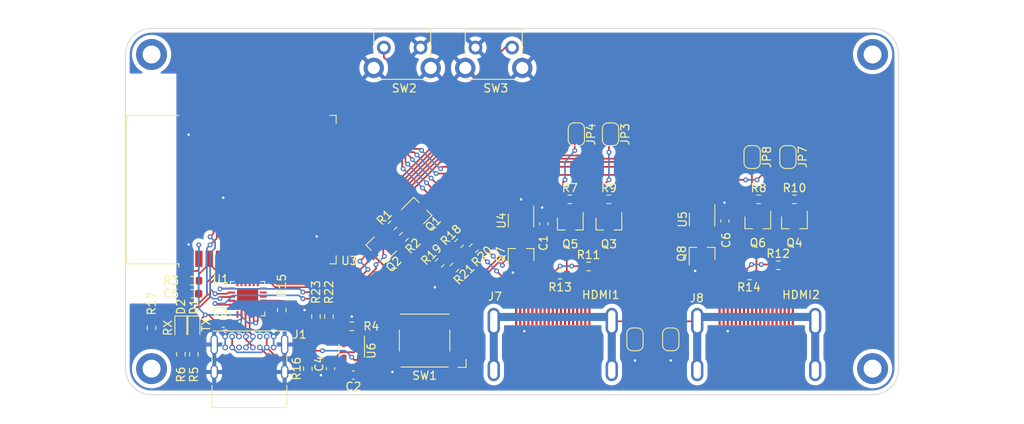
<source format=kicad_pcb>
(kicad_pcb (version 20211014) (generator pcbnew)
  (title_block (title "PRJ6 HDMI2C Monitor Controller") (date "2021-06-25") (rev "rev0") (company "wlcx industries"))
  (layers (0 "F.Cu" signal) (31 "B.Cu" signal) (34 "B.Paste" user) (35 "F.Paste" user) (36 "B.SilkS" user "B.Silkscreen") (37 "F.SilkS" user "F.Silkscreen") (38 "B.Mask" user) (39 "F.Mask" user) (44 "Edge.Cuts" user))
  (net 0 "")
  (net 1 "GND")
  (net 2 "/HDMI1_SCL")
  (net 3 "/HDMI1_SDA")
  (net 4 "/HDMI2_SCL")
  (net 5 "/HDMI2_SDA")
  (net 6 "/HDMI1_SCL_3.3")
  (net 7 "/HDMI1_SDA_3.3")
  (net 8 "/HDMI2_SCL_3.3")
  (net 9 "/HDMI2_SDA_3.3")
  (net 10 "+3V3")
  (net 11 "Net-(R4-Pad2)")
  (net 12 "VBUS")
  (net 13 "/DTR")
  (net 14 "/TXD0")
  (net 15 "/RXD0")
  (net 16 "/RTS")
  (net 17 "Net-(D1-Pad1)")
  (net 18 "Net-(D2-Pad1)")
  (net 19 "/GPIO0")
  (net 20 "/I2C1_SDA")
  (net 21 "/I2C1_SCL")
  (net 22 "/I2C2_SDA")
  (net 23 "/I2C2_SCL")
  (net 24 "/RESET")
  (net 25 "Net-(C1-Pad1)")
  (net 26 "Net-(Q1-Pad1)")
  (net 27 "Net-(Q2-Pad1)")
  (net 28 "Net-(D1-Pad2)")
  (net 29 "Net-(D2-Pad2)")
  (net 30 "/USB_D+")
  (net 31 "/USB_D-")
  (net 32 "/BUTT1")
  (net 33 "/BUTT2")
  (net 34 "Net-(C6-Pad1)")
  (net 35 "/HDMI1_5V")
  (net 36 "/HDMI2_5V")
  (net 37 "Net-(R15-Pad2)")
  (net 38 "/HDMI1_5V_EN")
  (net 39 "/HDMI2_5V_EN")
  (net 40 "Net-(J7-PadSH)")
  (net 41 "Net-(J8-PadSH)")
  (net 43 "Net-(J1-PadA5)")
  (net 45 "Net-(J1-PadB5)")
  (net 49 "/HDMI1_D2S")
  (net 52 "/HDMI1_D1S")
  (net 55 "/HDMI1_D0S")
  (net 58 "/HDMI1_CKS")
  (net 59 "Net-(J7-Pad19)")
  (net 60 "/HDMI1_CEC")
  (net 64 "/HDMI2_D2S")
  (net 67 "/HDMI2_D1S")
  (net 70 "/HDMI2_D0S")
  (net 73 "/HDMI2_CKS")
  (net 74 "Net-(J8-Pad19)")
  (net 75 "/HDMI2_CEC")
  (net 76 "/HDMI1_HPD_3.3")
  (net 77 "/HDMI2_HPD_3.3")
  (net 89 "Net-(R22-Pad2)")
  (footprint "Button_Switch_SMD:SW_SPST_Omron_B3FS-101xP" (layer "F.Cu") (at 97.95 79.75 180)
    (fp_text reference "SW1")
    (fp_text value "reset_sw")
  )
  (footprint "Package_TO_SOT_SMD:SOT-23" (layer "F.Cu") (at 97.2 63.8 45)
    (fp_text reference "Q1")
    (fp_text value "Q_NPN_BEC")
  )
  (footprint "Package_TO_SOT_SMD:SOT-23-5" (layer "F.Cu") (at 109.8 65 -90)
    (fp_text reference "U4")
    (fp_text value "MIC5205-5.0YM5")
  )
  (footprint "Resistor_SMD:R_0603_1608Metric" (layer "F.Cu") (at 99.8 70.2 45)
    (fp_text reference "R19")
    (fp_text value "3.3k")
  )
  (footprint "Resistor_SMD:R_0603_1608Metric" (layer "F.Cu") (at 64.4 78.2 90)
    (fp_text reference "R17")
    (fp_text value "5.1k")
  )
  (footprint "Resistor_SMD:R_0603_1608Metric" (layer "F.Cu") (at 139 62.4 180)
    (fp_text reference "R8")
    (fp_text value "10k")
  )
  (footprint "Resistor_SMD:R_0603_1608Metric" (layer "F.Cu") (at 141.40001 70.49999)
    (fp_text reference "R12")
    (fp_text value "2k")
  )
  (footprint "Resistor_SMD:R_0603_1608Metric" (layer "F.Cu") (at 86.2 76.8 -90)
    (fp_text reference "R22")
    (fp_text value "22k")
  )
  (footprint "Package_TO_SOT_SMD:SOT-23" (layer "F.Cu") (at 138.90001 65.24999 -90)
    (fp_text reference "Q6")
    (fp_text value "BSS138")
  )
  (footprint "Package_TO_SOT_SMD:SOT-23" (layer "F.Cu") (at 92.4 68.6 -135)
    (fp_text reference "Q2")
    (fp_text value "Q_NPN_BEC")
  )
  (footprint "hdmi2c:SW_TH_Tactile_Omron_B3F-312x" (layer "F.Cu") (at 109.95 46.25 180)
    (fp_text reference "SW3")
    (fp_text value "SW_Push_shell")
  )
  (footprint "Resistor_SMD:R_0603_1608Metric" (layer "F.Cu") (at 89 78 180)
    (fp_text reference "R4")
    (fp_text value "100k")
  )
  (footprint "Package_TO_SOT_SMD:SOT-23" (layer "F.Cu") (at 115.85 65.4 -90)
    (fp_text reference "Q5")
    (fp_text value "BSS138")
  )
  (footprint "Resistor_SMD:R_0603_1608Metric" (layer "F.Cu") (at 69.6 81.425 90)
    (fp_text reference "R5")
    (fp_text value "68R")
  )
  (footprint "Resistor_SMD:R_0603_1608Metric" (layer "F.Cu") (at 69.4 72.4 180)
    (fp_text reference "R3")
    (fp_text value "10k")
  )
  (footprint "Resistor_SMD:R_0603_1608Metric" (layer "F.Cu") (at 101.616637 70.783363 45)
    (fp_text reference "R21")
    (fp_text value "3.3k")
  )
  (footprint "Package_TO_SOT_SMD:SOT-23" (layer "F.Cu") (at 120.6 65.4 -90)
    (fp_text reference "Q3")
    (fp_text value "BSS138")
  )
  (footprint "hdmi2c:MountingHole_2.2mm_M2_DIN965_Pad_with_paste" (layer "F.Cu") (at 153 44.6)
    (fp_text reference "M2" hide)
    (fp_text value "MountingHole_2.2mm_M2_DIN965_Pad_with_paste")
  )
  (footprint "Resistor_SMD:R_0603_1608Metric" (layer "F.Cu") (at 115.8 62.4 180)
    (fp_text reference "R7")
    (fp_text value "10k")
  )
  (footprint "hdmi2c:logo" (layer "F.Cu") (at 128 42.6)
    (fp_text reference "svg2mod" hide)
    (fp_text value "G***" hide)
  )
  (footprint "Resistor_SMD:R_0603_1608Metric" (layer "F.Cu") (at 118.1 70.65)
    (fp_text reference "R11")
    (fp_text value "2k")
  )
  (footprint "Resistor_SMD:R_0603_1608Metric" (layer "F.Cu") (at 143.40001 62.4 180)
    (fp_text reference "R10")
    (fp_text value "10k")
  )
  (footprint "Resistor_SMD:R_0603_1608Metric" (layer "F.Cu") (at 84.6 76.8 90)
    (fp_text reference "R23")
    (fp_text value "47k")
  )
  (footprint "Package_TO_SOT_SMD:SOT-23" (layer "F.Cu") (at 109.8 69.2 90)
    (fp_text reference "Q7")
    (fp_text value "BSS83P")
  )
  (footprint "hdmi2c:WURTH_685119134923_HDMI" (layer "F.Cu") (at 113.7 76.535)
    (fp_text reference "J7")
    (fp_text value "HDMI1")
  )
  (footprint "Jumper:SolderJumper-2_P1.3mm_Bridged_RoundedPad1.0x1.5mm" (layer "F.Cu") (at 120.8 54.4 -90)
    (fp_text reference "JP3")
    (fp_text value "HDMI1_SCL")
  )
  (footprint "Capacitor_SMD:C_0603_1608Metric" (layer "F.Cu") (at 89.2 84 180)
    (fp_text reference "C2")
    (fp_text value "1uF")
  )
  (footprint "Resistor_SMD:R_0603_1608Metric" (layer "F.Cu") (at 68 81.425 90)
    (fp_text reference "R6")
    (fp_text value "68R")
  )
  (footprint "Resistor_SMD:R_0603_1608Metric" (layer "F.Cu") (at 114.6 71.65)
    (fp_text reference "R13")
    (fp_text value "2k")
  )
  (footprint "Jumper:SolderJumper-2_P1.3mm_Bridged_RoundedPad1.0x1.5mm" (layer "F.Cu") (at 138.2 57.2 -90)
    (fp_text reference "JP8")
    (fp_text value "HDMI2_SDA")
  )
  (footprint "Connector_USB:USB_C_Receptacle_GCT_USB4085" (layer "F.Cu") (at 73.45 79.25)
    (fp_text reference "J1")
    (fp_text value "USB_C_Receptacle_USB2.0")
  )
  (footprint "hdmi2c:WURTH_685119134923_HDMI" (layer "F.Cu") (at 138.7 76.535)
    (fp_text reference "J8")
    (fp_text value "HDMI2")
  )
  (footprint "LED_SMD:LED_0603_1608Metric" (layer "F.Cu") (at 69.6 78.225 -90)
    (fp_text reference "D1")
    (fp_text value "TX")
  )
  (footprint "Jumper:SolderJumper-2_P1.3mm_Bridged_RoundedPad1.0x1.5mm" (layer "F.Cu") (at 116.6 54.4 -90)
    (fp_text reference "JP4")
    (fp_text value "HDMI1_SDA")
  )
  (footprint "Capacitor_SMD:C_0603_1608Metric" (layer "F.Cu") (at 73.2 77.6 180)
    (fp_text reference "C3")
    (fp_text value "1uF")
  )
  (footprint "Package_TO_SOT_SMD:SOT-23" (layer "F.Cu") (at 132.05 69.0625 90)
    (fp_text reference "Q8")
    (fp_text value "BSS83P")
  )
  (footprint "LED_SMD:LED_0603_1608Metric" (layer "F.Cu") (at 68 78.225 -90)
    (fp_text reference "D2")
    (fp_text value "RX")
  )
  (footprint "Package_TO_SOT_SMD:SOT-23" (layer "F.Cu") (at 143.40001 65.24999 -90)
    (fp_text reference "Q4")
    (fp_text value "BSS138")
  )
  (footprint "Resistor_SMD:R_0603_1608Metric" (layer "F.Cu") (at 120.6 62.4 180)
    (fp_text reference "R9")
    (fp_text value "10k")
  )
  (footprint "Capacitor_SMD:C_0603_1608Metric" (layer "F.Cu") (at 86.4 83.2 90)
    (fp_text reference "C4")
    (fp_text value "10uF")
  )
  (footprint "Resistor_SMD:R_0603_1608Metric" (layer "F.Cu") (at 95.4 67 -135)
    (fp_text reference "R2")
    (fp_text value "10k")
  )
  (footprint "Resistor_SMD:R_0603_1608Metric" (layer "F.Cu") (at 102.2 67.8 45)
    (fp_text reference "R18")
    (fp_text value "2.2k")
  )
  (footprint "Resistor_SMD:R_0603_1608Metric" (layer "F.Cu") (at 80.4 76 90)
    (fp_text reference "R15")
    (fp_text value "1k")
  )
  (footprint "hdmi2c:SW_TH_Tactile_Omron_B3F-312x" (layer "F.Cu") (at 98.7 46.25 180)
    (fp_text reference "SW2")
    (fp_text value "SW_Push_shell")
  )
  (footprint "Jumper:SolderJumper-2_P1.3mm_Bridged_RoundedPad1.0x1.5mm" (layer "F.Cu") (at 142.6 57.2 -90)
    (fp_text reference "JP7")
    (fp_text value "HDMI2_SCL")
  )
  (footprint "Resistor_SMD:R_0603_1608Metric" (layer "F.Cu") (at 104 68.4 45)
    (fp_text reference "R20")
    (fp_text value "2.2k")
  )
  (footprint "Package_DFN_QFN:QFN-24-1EP_4x4mm_P0.5mm_EP2.6x2.6mm" (layer "F.Cu") (at 76.2 74.6 90)
    (fp_text reference "U1")
    (fp_text value "CP2102N-Axx-xQFN24")
  )
  (footprint "Resistor_SMD:R_0603_1608Metric" (layer "F.Cu") (at 137.90001 71.74999)
    (fp_text reference "R14")
    (fp_text value "2k")
  )
  (footprint "Package_TO_SOT_SMD:SOT-23-5" (layer "F.Cu") (at 89 81 -90)
    (fp_text reference "U6")
    (fp_text value "MIC5504-3.3YM5")
  )
  (footprint "hdmi2c:MountingHole_2.2mm_M2_DIN965_Pad_with_paste" (layer "F.Cu") (at 153 83.2)
    (fp_text reference "M1" hide)
    (fp_text value "MountingHole_2.2mm_M2_DIN965_Pad_with_paste")
  )
  (footprint "Jumper:SolderJumper-2_P1.3mm_Open_RoundedPad1.0x1.5mm" (layer "F.Cu") (at 123.8 79.6 90)
    (fp_text reference "JP1" hide)
    (fp_text value "HDMI1_SH_GND")
  )
  (footprint "Resistor_SMD:R_0603_1608Metric" (layer "F.Cu") (at 94 65.6 45)
    (fp_text reference "R1")
    (fp_text value "10k")
  )
  (footprint "RF_Module:ESP32-WROOM-32" (layer "F.Cu") (at 77.2 61.2 90)
    (fp_text reference "U3")
    (fp_text value "ESP32-WROOM-32")
  )
  (footprint "Capacitor_SMD:C_0603_1608Metric" (layer "F.Cu") (at 112.6 65.4 90)
    (fp_text reference "C1")
    (fp_text value "2.2uF")
  )
  (footprint "Capacitor_SMD:C_0603_1608Metric" (layer "F.Cu") (at 69.4 74 180)
    (fp_text reference "C5")
    (fp_text value "1uF")
  )
  (footprint "Package_TO_SOT_SMD:SOT-23-5" (layer "F.Cu") (at 132.05 64.8625 -90)
    (fp_text reference "U5")
    (fp_text value "MIC5205-5.0YM5")
  )
  (footprint "Capacitor_SMD:C_0603_1608Metric" (layer "F.Cu") (at 134.85 65.0625 90)
    (fp_text reference "C6")
    (fp_text value "2.2uF")
  )
  (footprint "hdmi2c:MountingHole_2.2mm_M2_DIN965_Pad_with_paste" (layer "F.Cu") (at 64.4 44.6)
    (fp_text reference "M3" hide)
    (fp_text value "MountingHole_2.2mm_M2_DIN965_Pad_with_paste")
  )
  (footprint "Jumper:SolderJumper-2_P1.3mm_Open_RoundedPad1.0x1.5mm" (layer "F.Cu") (at 128.2 79.6 90)
    (fp_text reference "JP2" hide)
    (fp_text value "HDMI2_SH_GND")
  )
  (footprint "Resistor_SMD:R_0603_1608Metric" (layer "F.Cu") (at 83.6 83.2 -90)
    (fp_text reference "R16")
    (fp_text value "5.1k")
  )
  (footprint "hdmi2c:MountingHole_2.2mm_M2_DIN965_Pad_with_paste" (layer "F.Cu") (at 64.4 83.2)
    (fp_text reference "M4" hide)
    (fp_text value "MountingHole_2.2mm_M2_DIN965_Pad_with_paste")
  )
  (gr_arc (start 64.4 86.4) (mid 62.137258 85.462742) (end 61.2 83.2) (layer "Edge.Cuts") (width 0.1))
  (gr_line (start 64.4 41.4) (end 153 41.4) (layer "Edge.Cuts") (width 0.1))
  (gr_arc (start 61.2 44.6) (mid 62.137258 42.337258) (end 64.4 41.4) (layer "Edge.Cuts") (width 0.1))
  (gr_arc (start 156.2 83.2) (mid 155.262742 85.462742) (end 153 86.4) (layer "Edge.Cuts") (width 0.1))
  (gr_line (start 156.2 44.6) (end 156.2 83.2) (layer "Edge.Cuts") (width 0.1))
  (gr_arc (start 153 41.4) (mid 155.262742 42.337258) (end 156.2 44.6) (layer "Edge.Cuts") (width 0.1))
  (gr_line (start 61.2 83.2) (end 61.2 44.6) (layer "Edge.Cuts") (width 0.1))
  (gr_line (start 153 86.4) (end 64.4 86.4) (layer "Edge.Cuts") (width 0.1))
  (segment (start 123.8 80.25) (end 123.8 82.2) (width 0.2) (layer "F.Cu") (net 1))
  (segment (start 135.2 76.535) (end 135.2 78.6) (width 0.2) (layer "F.Cu") (net 1))
  (segment (start 99.2 73.2) (end 99.216637 72.983363) (width 0.2) (layer "F.Cu") (net 1))
  (segment (start 68.625 74.475) (end 68.625 74) (width 0.2) (layer "F.Cu") (net 1))
  (segment (start 86.4 83.975) (end 88.4 83.975) (width 0.2) (layer "F.Cu") (net 1))
  (segment (start 83.175 76.025) (end 83.2 76) (width 0.2) (layer "F.Cu") (net 1))
  (segment (start 112.6 63.6) (end 112.4 63.4) (width 0.2) (layer "F.Cu") (net 1))
  (segment (start 84.575 76) (end 84.6 75.975) (width 0.2) (layer "F.Cu") (net 1))
  (segment (start 132.05 63.725) (end 132.05 63.0625) (width 0.2) (layer "F.Cu") (net 1))
  (segment (start 99.216637 72.983363) (end 99.216637 70.783363) (width 0.2) (layer "F.Cu") (net 1))
  (segment (start 109.8 63.8625) (end 109.8 62.4) (width 0.2) (layer "F.Cu") (net 1))
  (segment (start 65.725 77.375) (end 68.625 74.475) (width 0.2) (layer "F.Cu") (net 1))
  (segment (start 83.2 76) (end 84.575 76) (width 0.2) (layer "F.Cu") (net 1))
  (segment (start 75.45 76.5375) (end 75.45 75.35) (width 0.2) (layer "F.Cu") (net 1))
  (segment (start 93.95 83.55) (end 94 83.6) (width 0.2) (layer "F.Cu") (net 1))
  (segment (start 75.45 76.5375) (end 75.45 77.171387) (width 0.2) (layer "F.Cu") (net 1))
  (segment (start 93.95 82) (end 93.95 83.55) (width 0.2) (layer "F.Cu") (net 1))
  (segment (start 86.4 83.975) (end 85.225 83.975) (width 0.2) (layer "F.Cu") (net 1))
  (segment (start 132.7125 62.4) (end 134.4 62.4) (width 0.2) (layer "F.Cu") (net 1))
  (segment (start 76.445 62.2) (end 73.2 62.2) (width 0.2) (layer "F.Cu") (net 1))
  (segment (start 75.021387 77.6) (end 73.975 77.6) (width 0.2) (layer "F.Cu") (net 1))
  (segment (start 75.205658 77.415729) (end 75.021387 77.6) (width 0.2) (layer "F.Cu") (net 1))
  (segment (start 131.1 70.0625) (end 131.1 71.1) (width 0.2) (layer "F.Cu") (net 1))
  (segment (start 84.735 66.915) (end 84.7 66.95) (width 0.2) (layer "F.Cu") (net 1))
  (segment (start 93.95 82) (end 101.95 82) (width 0.2) (layer "F.Cu") (net 1))
  (segment (start 67.8 71.99288) (end 68.945 70.84788) (width 0.2) (layer "F.Cu") (net 1))
  (segment (start 68.625 74) (end 67.8 73.175) (width 0.2) (layer "F.Cu") (net 1))
  (segment (start 75.45 75.35) (end 76.2 74.6) (width 0.2) (layer "F.Cu") (net 1))
  (segment (start 112.6 64.625) (end 112.6 63.6) (width 0.2) (layer "F.Cu") (net 1))
  (segment (start 131.1 71.1) (end 131.2 71.2) (width 0.2) (layer "F.Cu") (net 1))
  (segment (start 85.225 83.975) (end 85.2 84) (width 0.2) (layer "F.Cu") (net 1))
  (segment (start 108.85 70.2) (end 108.85 71.35) (width 0.2) (layer "F.Cu") (net 1))
  (segment (start 75.45 77.171387) (end 75.205658 77.415729) (width 0.2) (layer "F.Cu") (net 1))
  (segment (start 134.8 64.2375) (end 134.85 64.2875) (width 0.2) (layer "F.Cu") (net 1))
  (segment (start 132.05 63.0625) (end 132.7125 62.4) (width 0.2) (layer "F.Cu") (net 1))
  (segment (start 89 79.8625) (end 89 76.8) (width 0.2) (layer "F.Cu") (net 1))
  (segment (start 99.2 73.2) (end 101.033274 71.366726) (width 0.2) (layer "F.Cu") (net 1))
  (segment (start 88.4 83.975) (end 88.425 84) (width 0.2) (layer "F.Cu") (net 1))
  (segment (start 67.8 73.175) (end 67.8 71.99288) (width 0.2) (layer "F.Cu") (net 1))
  (segment (start 110.2 76.535) (end 110.2 78.6) (width 0.2) (layer "F.Cu") (net 1))
  (segment (start 68.945 52.7) (end 68.945 54.445) (width 0.2) (layer "F.Cu") (net 1))
  (segment (start 68.945 70.84788) (end 68.945 69.7) (width 0.2) (layer "F.Cu") (net 1))
  (segment (start 68.945 67.955) (end 68.95 67.95) (width 0.2) (layer "F.Cu") (net 1))
  (segment (start 68.945 54.445) (end 68.95 54.45) (width 0.2) (layer "F.Cu") (net 1))
  (segment (start 64.4 77.375) (end 65.725 77.375) (width 0.2) (layer "F.Cu") (net 1))
  (segment (start 134.8 62.8) (end 134.8 64.2375) (width 0.2) (layer "F.Cu") (net 1))
  (segment (start 86.455 66.915) (end 84.735 66.915) (width 0.2) (layer "F.Cu") (net 1))
  (segment (start 68.945 69.7) (end 68.945 67.955) (width 0.2) (layer "F.Cu") (net 1))
  (segment (start 85.175 84.025) (end 85.2 84) (width 0.2) (layer "F.Cu") (net 1))
  (segment (start 108.85 71.35) (end 108.8 71.4) (width 0.2) (layer "F.Cu") (net 1))
  (segment (start 134.4 62.4) (end 134.8 62.8) (width 0.2) (layer "F.Cu") (net 1))
  (segment (start 128.2 80.25) (end 128.2 82.2) (width 0.2) (layer "F.Cu") (net 1))
  (segment (start 83.6 84.025) (end 85.175 84.025) (width 0.2) (layer "F.Cu") (net 1))
  (via (at 128.2 82.2) (size 0.6) (drill 0.3) (layers "F.Cu" "B.Cu") (net 1))
  (via (at 109.8 62.4) (size 0.6) (drill 0.3) (layers "F.Cu" "B.Cu") (net 1))
  (via (at 85.2 84) (size 0.6) (drill 0.3) (layers "F.Cu" "B.Cu") (net 1))
  (via (at 73.2 62.2) (size 0.6) (drill 0.3) (layers "F.Cu" "B.Cu") (net 1))
  (via (at 123.8 82.2) (size 0.6) (drill 0.3) (layers "F.Cu" "B.Cu") (net 1))
  (via (at 83.2 76) (size 0.6) (drill 0.3) (layers "F.Cu" "B.Cu") (net 1))
  (via (at 108.8 71.4) (size 0.6) (drill 0.3) (layers "F.Cu" "B.Cu") (net 1))
  (via (at 89 76.8) (size 0.6) (drill 0.3) (layers "F.Cu" "B.Cu") (net 1))
  (via (at 112.4 63.4) (size 0.6) (drill 0.3) (layers "F.Cu" "B.Cu") (net 1))
  (via (at 131.2 71.2) (size 0.6) (drill 0.3) (layers "F.Cu" "B.Cu") (net 1))
  (via (at 110.2 78.6) (size 0.6) (drill 0.3) (layers "F.Cu" "B.Cu") (net 1))
  (via (at 134.8 62.8) (size 0.6) (drill 0.3) (layers "F.Cu" "B.Cu") (net 1))
  (via (at 84.7 66.95) (size 0.6) (drill 0.3) (layers "F.Cu" "B.Cu") (net 1))
  (via (at 68.95 54.45) (size 0.6) (drill 0.3) (layers "F.Cu" "B.Cu") (net 1))
  (via (at 135.2 78.6) (size 0.6) (drill 0.3) (layers "F.Cu" "B.Cu") (net 1))
  (via (at 68.95 67.95) (size 0.6) (drill 0.3) (layers "F.Cu" "B.Cu") (net 1))
  (via (at 94 83.6) (size 0.6) (drill 0.3) (layers "F.Cu" "B.Cu") (net 1))
  (via (at 99.2 73.2) (size 0.6) (drill 0.3) (layers "F.Cu" "B.Cu") (net 1))
  (via (at 75.205658 77.415729) (size 0.6) (drill 0.3) (layers "F.Cu" "B.Cu") (net 1))
  (segment (start 79.4 79.25) (end 79.4 80.6) (width 0.2) (layer "B.Cu") (net 1))
  (segment (start 73.45 79.25) (end 73.45 80.6) (width 0.2) (layer "B.Cu") (net 1))
  (segment (start 118.925 70.65) (end 118.925 70.075) (width 0.2) (layer "F.Cu") (net 2))
  (segment (start 118.925 70.075) (end 120.6 68.4) (width 0.2) (layer "F.Cu") (net 2))
  (segment (start 118.925 72.075) (end 118.925 70.65) (width 0.2) (layer "F.Cu") (net 2))
  (segment (start 117.6 73.4) (end 118.925 72.075) (width 0.2) (layer "F.Cu") (net 2))
  (segment (start 111.2 74.519998) (end 111.2 76.535) (width 0.2) (layer "F.Cu") (net 2))
  (segment (start 112.319998 73.4) (end 117.6 73.4) (width 0.2) (layer "F.Cu") (net 2))
  (segment (start 111.2 74.519998) (end 112.319998 73.4) (width 0.2) (layer "F.Cu") (net 2))
  (segment (start 120.6 68.4) (end 120.6 66.4) (width 0.2) (layer "F.Cu") (net 2))
  (segment (start 115.425 69.325) (end 115.85 68.9) (width 0.2) (layer "F.Cu") (net 3))
  (segment (start 112.1543 73) (end 115 73) (width 0.2) (layer "F.Cu") (net 3))
  (segment (start 115.85 68.9) (end 115.85 66.4) (width 0.2) (layer "F.Cu") (net 3))
  (segment (start 110.7 74.4543) (end 112.1543 73) (width 0.2) (layer "F.Cu") (net 3))
  (segment (start 110.7 74.4543) (end 110.7 76.535) (width 0.2) (layer "F.Cu") (net 3))
  (segment (start 115 73) (end 115.425 72.575) (width 0.2) (layer "F.Cu") (net 3))
  (segment (start 115.425 71.65) (end 115.425 69.325) (width 0.2) (layer "F.Cu") (net 3))
  (segment (start 115.425 72.575) (end 115.425 71.65) (width 0.2) (layer "F.Cu") (net 3))
  (segment (start 140.2 72.525) (end 142.22501 70.49999) (width 0.2) (layer "F.Cu") (net 4))
  (segment (start 136.2 74.585696) (end 136.2 76.535) (width 0.2) (layer "F.Cu") (net 4))
  (segment (start 136.2 74.585696) (end 138.260696 72.525) (width 0.2) (layer "F.Cu") (net 4))
  (segment (start 143.40001 67.74999) (end 143.40001 66.24999) (width 0.2) (layer "F.Cu") (net 4))
  (segment (start 138.260696 72.525) (end 140.2 72.525) (width 0.2) (layer "F.Cu") (net 4))
  (segment (start 142.22501 70.49999) (end 142.22501 68.92499) (width 0.2) (layer "F.Cu") (net 4))
  (segment (start 142.22501 68.92499) (end 143.40001 67.74999) (width 0.2) (layer "F.Cu") (net 4))
  (segment (start 138.470008 71.74999) (end 138.72501 71.74999) (width 0.2) (layer "F.Cu") (net 5))
  (segment (start 135.7 74.519998) (end 138.470008 71.74999) (width 0.2) (layer "F.Cu") (net 5))
  (segment (start 138.72501 68.17499) (end 138.90001 67.99999) (width 0.2) (layer "F.Cu") (net 5))
  (segment (start 135.7 74.519998) (end 135.7 76.535) (width 0.2) (layer "F.Cu") (net 5))
  (segment (start 138.90001 67.99999) (end 138.90001 66.24999) (width 0.2) (layer "F.Cu") (net 5))
  (segment (start 138.72501 71.74999) (end 138.72501 68.17499) (width 0.2) (layer "F.Cu") (net 5))
  (segment (start 119.65 62.525) (end 119.775 62.4) (width 0.2) (layer "F.Cu") (net 6))
  (segment (start 119.775 62.4) (end 119.775 60.825) (width 0.2) (layer "F.Cu") (net 6))
  (segment (start 119.65 64.4) (end 119.65 62.525) (width 0.2) (layer "F.Cu") (net 6))
  (segment (start 120.6 56.6) (end 120.6 55.25) (width 0.2) (layer "F.Cu") (net 6))
  (segment (start 120.6 55.25) (end 120.8 55.05) (width 0.2) (layer "F.Cu") (net 6))
  (segment (start 119.775 60.825) (end 120.6 60) (width 0.2) (layer "F.Cu") (net 6))
  (via (at 120.6 60) (size 0.6) (drill 0.3) (layers "F.Cu" "B.Cu") (net 6))
  (via (at 120.6 56.6) (size 0.6) (drill 0.3) (layers "F.Cu" "B.Cu") (net 6))
  (segment (start 120.6 60) (end 120.6 56.6) (width 0.2) (layer "B.Cu") (net 6))
  (segment (start 114.975 60.225) (end 115.2 60) (width 0.2) (layer "F.Cu") (net 7))
  (segment (start 114.9 64.4) (end 115.025 64.275) (width 0.2) (layer "F.Cu") (net 7))
  (segment (start 116.4 55.25) (end 116.6 55.05) (width 0.2) (layer "F.Cu") (net 7))
  (segment (start 114.975 62.4) (end 114.975 60.225) (width 0.2) (layer "F.Cu") (net 7))
  (segment (start 115.025 64.275) (end 115.025 62.45) (width 0.2) (layer "F.Cu") (net 7))
  (segment (start 115.025 62.45) (end 114.975 62.4) (width 0.2) (layer "F.Cu") (net 7))
  (segment (start 116.4 56.4) (end 116.4 55.25) (width 0.2) (layer "F.Cu") (net 7))
  (via (at 115.2 60) (size 0.6) (drill 0.3) (layers "F.Cu" "B.Cu") (net 7))
  (via (at 116.4 56.4) (size 0.6) (drill 0.3) (layers "F.Cu" "B.Cu") (net 7))
  (segment (start 115.2 57.8) (end 115.2 60) (width 0.2) (layer "B.Cu") (net 7))
  (segment (start 116.4 56.4) (end 115.2 57.8) (width 0.2) (layer "B.Cu") (net 7))
  (segment (start 142.57501 62.4) (end 142.57501 64.12499) (width 0.2) (layer "F.Cu") (net 8))
  (segment (start 142.57501 62.4) (end 142.57501 57.87499) (width 0.2) (layer "F.Cu") (net 8))
  (segment (start 142.57501 57.87499) (end 142.6 57.85) (width 0.2) (layer "F.Cu") (net 8))
  (segment (start 142.57501 64.12499) (end 142.45001 64.24999) (width 0.2) (layer "F.Cu") (net 8))
  (segment (start 138.07501 64.12499) (end 137.95001 64.24999) (width 0.2) (layer "F.Cu") (net 9))
  (segment (start 138.175 62.4) (end 138.07501 62.49999) (width 0.2) (layer "F.Cu") (net 9))
  (segment (start 138.2 57.85) (end 138.175 57.875) (width 0.2) (layer "F.Cu") (net 9))
  (segment (start 138.175 57.875) (end 138.175 62.4) (width 0.2) (layer "F.Cu") (net 9))
  (segment (start 138.07501 62.49999) (end 138.07501 64.12499) (width 0.2) (layer "F.Cu") (net 9))
  (segment (start 71 76.6) (end 71.425 76.6) (width 0.2) (layer "F.Cu") (net 10))
  (segment (start 69.2 71.2) (end 70 71.2) (width 0.2) (layer "F.Cu") (net 10))
  (segment (start 89.95 82.1375) (end 89.3375 82.1375) (width 0.2) (layer "F.Cu") (net 10))
  (segment (start 144.35001 64.24999) (end 143.6 65) (width 0.2) (layer "F.Cu") (net 10))
  (segment (start 143.6 65) (end 140.60002 65) (width 0.2) (layer "F.Cu") (net 10))
  (segment (start 93.59999 79.60001) (end 91.0625 82.1375) (width 0.2) (layer "F.Cu") (net 10))
  (segment (start 121.425 62.4) (end 121.425 64.275) (width 0.2) (layer "F.Cu") (net 10))
  (segment (start 84.575 81) (end 80.4 76.825) (width 0.2) (layer "F.Cu") (net 10))
  (segment (start 104.4 78.234302) (end 104.400008 78.23431) (width 0.2) (layer "F.Cu") (net 10))
  (segment (start 116.8 64.4) (end 116.18786 64.4) (width 0.2) (layer "F.Cu") (net 10))
  (segment (start 144.22501 62.4) (end 144.22501 64.12499) (width 0.2) (layer "F.Cu") (net 10))
  (segment (start 70.6 77) (end 70.6 81.25) (width 0.2) (layer "F.Cu") (net 10))
  (segment (start 139.85001 64.24999) (end 139.62573 64.24999) (width 0.2) (layer "F.Cu") (net 10))
  (segment (start 70 71.2) (end 70.215 70.985) (width 0.2) (layer "F.Cu") (net 10))
  (segment (start 77.45 76.5375) (end 78.1375 75.85) (width 0.2) (layer "F.Cu") (net 10))
  (segment (start 68.575 71.825) (end 69.2 71.2) (width 0.2) (layer "F.Cu") (net 10))
  (segment (start 76.95 77.35) (end 77.2 77.6) (width 0.2) (layer "F.Cu") (net 10))
  (segment (start 144.22501 64.12499) (end 144.35001 64.24999) (width 0.2) (layer "F.Cu") (net 10))
  (segment (start 116.675 62.45) (end 116.625 62.4) (width 0.2) (layer "F.Cu") (net 10))
  (segment (start 139.72501 64.12499) (end 139.85001 64.24999) (width 0.2) (layer "F.Cu") (net 10))
  (segment (start 70.215 69.7) (end 70.215 68.015) (width 0.2) (layer "F.Cu") (net 10))
  (segment (start 76.95 76.5375) (end 76.95 77.35) (width 0.2) (layer "F.Cu") (net 10))
  (segment (start 115.38786 65.2) (end 115 65.2) (width 0.2) (layer "F.Cu") (net 10))
  (segment (start 121.55 64.95) (end 121.3 65.2) (width 0.2) (layer "F.Cu") (net 10))
  (segment (start 78.1375 75.85) (end 79.1125 76.825) (width 0.2) (layer "F.Cu") (net 10))
  (segment (start 70.6 81.25) (end 69.6 82.25) (width 0.2) (layer "F.Cu") (net 10))
  (segment (start 121.55 64.4) (end 121.55 64.95) (width 0.2) (layer "F.Cu") (net 10))
  (segment (start 104.4 72.765698) (end 104.4 78.234302) (width 0.2) (layer "F.Cu") (net 10))
  (segment (start 134.87572 69) (end 126.15 69) (width 0.2) (layer "F.Cu") (net 10))
  (segment (start 85.4 81) (end 84.575 81) (width 0.2) (layer "F.Cu") (net 10))
  (segment (start 77.45 77.35) (end 77.2 77.6) (width 0.2) (layer "F.Cu") (net 10))
  (segment (start 79.1125 76.825) (end 80.4 76.825) (width 0.2) (layer "F.Cu") (net 10))
  (segment (start 89.975 84) (end 89.975 82.1625) (width 0.2) (layer "F.Cu") (net 10))
  (segment (start 117.6 65.2) (end 116.8 64.4) (width 0.2) (layer "F.Cu") (net 10))
  (segment (start 104.400008 78.23431) (end 104.400008 78.56569) (width 0.2) (layer "F.Cu") (net 10))
  (segment (start 139.62573 64.24999) (end 134.87572 69) (width 0.2) (layer "F.Cu") (net 10))
  (segment (start 139.72501 62.49999) (end 139.72501 64.12499) (width 0.2) (layer "F.Cu") (net 10))
  (segment (start 121.425 64.275) (end 121.55 64.4) (width 0.2) (layer "F.Cu") (net 10))
  (segment (start 116.18786 64.4) (end 115.38786 65.2) (width 0.2) (layer "F.Cu") (net 10))
  (segment (start 91.0625 82.1375) (end 89.95 82.1375) (width 0.2) (layer "F.Cu") (net 10))
  (segment (start 68.575 72.4) (end 68.575 71.825) (width 0.2) (layer "F.Cu") (net 10))
  (segment (start 116.8 64.4) (end 116.675 64.275) (width 0.2) (layer "F.Cu") (net 10))
  (segment (start 89.975 82.1625) (end 89.95 82.1375) (width 0.2) (layer "F.Cu") (net 10))
  (segment (start 103.365689 79.60001) (end 93.59999 79.60001) (width 0.2) (layer "F.Cu") (net 10))
  (segment (start 70.215 68.015) (end 70.2 68) (width 0.2) (layer "F.Cu") (net 10))
  (segment (start 108.165698 69) (end 104.4 72.765698) (width 0.2) (layer "F.Cu") (net 10))
  (segment (start 126.15 69) (end 121.55 64.4) (width 0.2) (layer "F.Cu") (net 10))
  (segment (start 116.675 64.275) (end 116.675 62.45) (width 0.2) (layer "F.Cu") (net 10))
  (segment (start 139.825 62.4) (end 139.72501 62.49999) (width 0.2) (layer "F.Cu") (net 10))
  (segment (start 89.3375 82.1375) (end 89 81.8) (width 0.2) (layer "F.Cu") (net 10))
  (segment (start 71.425 76.6) (end 72.425 77.6) (width 0.2) (layer "F.Cu") (net 10))
  (segment (start 121.3 65.2) (end 117.6 65.2) (width 0.2) (layer "F.Cu") (net 10))
  (segment (start 71 76.6) (end 70.6 77) (width 0.2) (layer "F.Cu") (net 10))
  (segment (start 77.45 76.5375) (end 77.45 77.35) (width 0.2) (layer "F.Cu") (net 10))
  (segment (start 111.2 69) (end 108.165698 69) (width 0.2) (layer "F.Cu") (net 10))
  (segment (start 140.60002 65) (end 139.85001 64.24999) (width 0.2) (layer "F.Cu") (net 10))
  (segment (start 70.215 70.985) (end 70.215 69.7) (width 0.2) (layer "F.Cu") (net 10))
  (segment (start 115 65.2) (end 111.2 69) (width 0.2) (layer "F.Cu") (net 10))
  (segment (start 69.6 82.25) (end 68 82.25) (width 0.2) (layer "F.Cu") (net 10))
  (segment (start 104.400008 78.56569) (end 103.365689 79.60001) (width 0.2) (layer "F.Cu") (net 10))
  (via (at 70.2 68) (size 0.6) (drill 0.3) (layers "F.Cu" "B.Cu") (net 10))
  (via (at 77.2 77.6) (size 0.6) (drill 0.3) (layers "F.Cu" "B.Cu") (net 10))
  (via (at 85.4 81) (size 0.6) (drill 0.3) (layers "F.Cu" "B.Cu") (net 10))
  (via (at 71 76.6) (size 0.6) (drill 0.3) (layers "F.Cu" "B.Cu") (net 10))
  (via (at 89 81.8) (size 0.6) (drill 0.3) (layers "F.Cu" "B.Cu") (net 10))
  (segment (start 76.277931 77.6) (end 77.2 77.6) (width 0.2) (layer "B.Cu") (net 10))
  (segment (start 70.2 75.8) (end 71 76.6) (width 0.2) (layer "B.Cu") (net 10))
  (segment (start 89 81.8) (end 88.2 81) (width 0.2) (layer "B.Cu") (net 10))
  (segment (start 75.277931 76.6) (end 76.277931 77.6) (width 0.2) (layer "B.Cu") (net 10))
  (segment (start 88.2 81) (end 85.4 81) (width 0.2) (layer "B.Cu") (net 10))
  (segment (start 71 76.6) (end 75.277931 76.6) (width 0.2) (layer "B.Cu") (net 10))
  (segment (start 70.2 68) (end 70.2 75.8) (width 0.2) (layer "B.Cu") (net 10))
  (segment (start 88.05 79.8625) (end 88.05 78.125) (width 0.2) (layer "F.Cu") (net 11))
  (segment (start 88.05 78.125) (end 88.175 78) (width 0.2) (layer "F.Cu") (net 11))
  (segment (start 82.8 81.2) (end 84.2 81.2) (width 0.2) (layer "F.Cu") (net 12))
  (segment (start 132.69999 64.68751) (end 130.763598 64.68751) (width 0.2) (layer "F.Cu") (net 12))
  (segment (start 104 72.6) (end 104 78.4) (width 0.2) (layer "F.Cu") (net 12))
  (segment (start 91.3375 79.8625) (end 89.95 79.8625) (width 0.2) (layer "F.Cu") (net 12))
  (segment (start 104 78.4) (end 103.2 79.2) (width 0.2) (layer "F.Cu") (net 12))
  (segment (start 89.95 80.525) (end 89.30001 81.17499) (width 0.2) (layer "F.Cu") (net 12))
  (segment (start 89.825 76.736998) (end 89.825 78) (width 0.2) (layer "F.Cu") (net 12))
  (segment (start 109.45001 67.14999) (end 104 72.6) (width 0.2) (layer "F.Cu") (net 12))
  (segment (start 74.3 80.6) (end 74.3 79.25) (width 0.2) (layer "F.Cu") (net 12))
  (segment (start 89.063002 75.975) (end 89.825 76.736998) (width 0.2) (layer "F.Cu") (net 12))
  (segment (start 109.45001 66.138578) (end 109.45001 67.14999) (width 0.2) (layer "F.Cu") (net 12))
  (segment (start 80.637998 81.8) (end 79.75 81.8) (width 0.2) (layer "F.Cu") (net 12))
  (segment (start 130.49999 64.423902) (end 130.49999 63.89999) (width 0.2) (layer "F.Cu") (net 12))
  (segment (start 133 63.725) (end 133 64.3875) (width 0.2) (layer "F.Cu") (net 12))
  (segment (start 89.30001 81.17499) (end 87.65001 81.17499) (width 0.2) (layer "F.Cu") (net 12))
  (segment (start 133 64.3875) (end 132.69999 64.68751) (width 0.2) (layer "F.Cu") (net 12))
  (segment (start 85.425 82.425) (end 86.4 82.425) (width 0.2) (layer "F.Cu") (net 12))
  (segment (start 86.2 75.975) (end 89.063002 75.975) (width 0.2) (layer "F.Cu") (net 12))
  (segment (start 78.55 80.6) (end 78.55 79.25) (width 0.2) (layer "F.Cu") (net 12))
  (segment (start 89.95 79.8625) (end 89.95 80.525) (width 0.2) (layer "F.Cu") (net 12))
  (segment (start 130.49999 63.89999) (end 126 59.4) (width 0.2) (layer "F.Cu") (net 12))
  (segment (start 130.763598 64.68751) (end 130.49999 64.423902) (width 0.2) (layer "F.Cu") (net 12))
  (segment (start 112.8 59.4) (end 110.75 61.45) (width 0.2) (layer "F.Cu") (net 12))
  (segment (start 110.75 61.45) (end 110.75 63.8625) (width 0.2) (layer "F.Cu") (net 12))
  (segment (start 80.637998 81.8) (end 82.2 81.8) (width 0.2) (layer "F.Cu") (net 12))
  (segment (start 110.75 64.838588) (end 109.45001 66.138578) (width 0.2) (layer "F.Cu") (net 12))
  (segment (start 92 79.2) (end 91.3375 79.8625) (width 0.2) (layer "F.Cu") (net 12))
  (segment (start 82.2 81.8) (end 82.8 81.2) (width 0.2) (layer "F.Cu") (net 12))
  (segment (start 89.95 79.8625) (end 89.95 78.125) (width 0.2) (layer "F.Cu") (net 12))
  (segment (start 126 59.4) (end 112.8 59.4) (width 0.2) (layer "F.Cu") (net 12))
  (segment (start 87.65001 81.17499) (end 86.4 82.425) (width 0.2) (layer "F.Cu") (net 12))
  (segment (start 84.2 81.2) (end 85.425 82.425) (width 0.2) (layer "F.Cu") (net 12))
  (segment (start 110.75 63.8625) (end 110.75 64.838588) (width 0.2) (layer "F.Cu") (net 12))
  (segment (start 79.75 81.8) (end 78.55 80.6) (width 0.2) (layer "F.Cu") (net 12))
  (segment (start 103.2 79.2) (end 92 79.2) (width 0.2) (layer "F.Cu") (net 12))
  (segment (start 89.95 78.125) (end 89.825 78) (width 0.2) (layer "F.Cu") (net 12))
  (segment (start 74.3 80.6) (end 74.900001 81.200001) (width 0.2) (layer "B.Cu") (net 12))
  (segment (start 74.900001 81.200001) (end 77.949999 81.200001) (width 0.2) (layer "B.Cu") (net 12))
  (segment (start 77.949999 81.200001) (end 78.55 80.6) (width 0.2) (layer "B.Cu") (net 12))
  (segment (start 92.877808 68.426162) (end 92.877808 69.277808) (width 0.2) (layer "F.Cu") (net 13))
  (segment (start 95.983363 66.36014) (end 97.164645 65.178858) (width 0.2) (layer "F.Cu") (net 13))
  (segment (start 91.975735 70.912267) (end 88.287959 74.600043) (width 0.2) (layer "F.Cu") (net 13))
  (segment (start 72.35 75.35) (end 74.2625 75.35) (width 0.2) (layer "F.Cu") (net 13))
  (segment (start 91.975735 70.424265) (end 91.975735 70.912267) (width 0.2) (layer "F.Cu") (net 13))
  (segment (start 92.877808 69.277808) (end 93 69.4) (width 0.2) (layer "F.Cu") (net 13))
  (segment (start 95.983363 66.416637) (end 94.887333 66.416637) (width 0.2) (layer "F.Cu") (net 13))
  (segment (start 94.887333 66.416637) (end 92.877808 68.426162) (width 0.2) (layer "F.Cu") (net 13))
  (segment (start 95.983363 66.416637) (end 95.983363 66.36014) (width 0.2) (layer "F.Cu") (net 13))
  (segment (start 88.287959 74.600043) (end 83 74.600043) (width 0.2) (layer "F.Cu") (net 13))
  (segment (start 72.2 75.2) (end 72.35 75.35) (width 0.2) (layer "F.Cu") (net 13))
  (via (at 72.2 75.2) (size 0.6) (drill 0.3) (layers "F.Cu" "B.Cu") (net 13))
  (via (at 91.975735 70.424265) (size 0.6) (drill 0.3) (layers "F.Cu" "B.Cu") (net 13))
  (via (at 93 69.4) (size 0.6) (drill 0.3) (layers "F.Cu" "B.Cu") (net 13))
  (via (at 83 74.600043) (size 0.6) (drill 0.3) (layers "F.Cu" "B.Cu") (net 13))
  (segment (start 74.39995 74.20005) (end 73.399998 75.2) (width 0.2) (layer "B.Cu") (net 13))
  (segment (start 83 74.600043) (end 82.799998 74.400041) (width 0.2) (layer "B.Cu") (net 13))
  (segment (start 82.711999 74.400041) (end 82.512008 74.20005) (width 0.2) (layer "B.Cu") (net 13))
  (segment (start 73.399998 75.2) (end 72.2 75.2) (width 0.2) (layer "B.Cu") (net 13))
  (segment (start 82.799998 74.400041) (end 82.711999 74.400041) (width 0.2) (layer "B.Cu") (net 13))
  (segment (start 82.512008 74.20005) (end 74.39995 74.20005) (width 0.2) (layer "B.Cu") (net 13))
  (segment (start 93 69.4) (end 91.975735 70.424265) (width 0.2) (layer "B.Cu") (net 13))
  (segment (start 72.755 52.7) (end 72.755 53.30428) (width 0.2) (layer "F.Cu") (net 14))
  (segment (start 73.687332 74) (end 72.2 74) (width 0.2) (layer "F.Cu") (net 14))
  (segment (start 74.2625 73.85) (end 73.837332 73.85) (width 0.2) (layer "F.Cu") (net 14))
  (segment (start 72.755 53.30428) (end 72.8 53.34928) (width 0.2) (layer "F.Cu") (net 14))
  (segment (start 72 56.234302) (end 72 66.6) (width 0.2) (layer "F.Cu") (net 14))
  (segment (start 73.837332 73.85) (end 73.687332 74) (width 0.2) (layer "F.Cu") (net 14))
  (segment (start 72.755 55.479302) (end 72 56.234302) (width 0.2) (layer "F.Cu") (net 14))
  (segment (start 72.755 52.7) (end 72.755 55.479302) (width 0.2) (layer "F.Cu") (net 14))
  (segment (start 72 66.6) (end 71.6 67) (width 0.2) (layer "F.Cu") (net 14))
  (via (at 72.2 74) (size 0.6) (drill 0.3) (layers "F.Cu" "B.Cu") (net 14))
  (via (at 71.6 67) (size 0.6) (drill 0.3) (layers "F.Cu" "B.Cu") (net 14))
  (segment (start 71.6 69) (end 71.6 73.4) (width 0.2) (layer "B.Cu") (net 14))
  (segment (start 72.200001 67.600001) (end 72.200001 68.399999) (width 0.2) (layer "B.Cu") (net 14))
  (segment (start 71.6 67) (end 72.200001 67.600001) (width 0.2) (layer "B.Cu") (net 14))
  (segment (start 72.200001 68.399999) (end 71.6 69) (width 0.2) (layer "B.Cu") (net 14))
  (segment (start 71.6 73.4) (end 72.2 74) (width 0.2) (layer "B.Cu") (net 14))
  (segment (start 74.2625 74.35) (end 74.21249 74.40001) (width 0.2) (layer "F.Cu") (net 15))
  (segment (start 71.6 68) (end 72.4 67.2) (width 0.2) (layer "F.Cu") (net 15))
  (segment (start 72.4 67.2) (end 72.4 56.4) (width 0.2) (layer "F.Cu") (net 15))
  (segment (start 72.99999 74.40001) (end 72.8 74.6) (width 0.2) (layer "F.Cu") (net 15))
  (segment (start 74.21249 74.40001) (end 72.99999 74.40001) (width 0.2) (layer "F.Cu") (net 15))
  (segment (start 72.4 56.4) (end 74.025 54.775) (width 0.2) (layer "F.Cu") (net 15))
  (segment (start 74.025 54.775) (end 74.025 52.7) (width 0.2) (layer "F.Cu") (net 15))
  (via (at 71.6 68) (size 0.6) (drill 0.3) (layers "F.Cu" "B.Cu") (net 15))
  (via (at 72.8 74.6) (size 0.6) (drill 0.3) (layers "F.Cu" "B.Cu") (net 15))
  (segment (start 71.911998 74.6) (end 72.8 74.6) (width 0.2) (layer "B.Cu") (net 15))
  (segment (start 71.2 73.888002) (end 71.911998 74.6) (width 0.2) (layer "B.Cu") (net 15))
  (segment (start 71.2 73.6) (end 71.2 68.4) (width 0.2) (layer "B.Cu") (net 15))
  (segment (start 71.2 73.6) (end 71.2 73.888002) (width 0.2) (layer "B.Cu") (net 15))
  (segment (start 71.2 68.4) (end 71.6 68) (width 0.2) (layer "B.Cu") (net 15))
  (segment (start 72.85 73.35) (end 72.8 73.4) (width 0.2) (layer "F.Cu") (net 16))
  (segment (start 91 71) (end 88.19996 73.80004) (width 0.2) (layer "F.Cu") (net 16))
  (segment (start 92.435355 67.164645) (end 93.416637 66.183363) (width 0.2) (layer "F.Cu") (net 16))
  (segment (start 92.435355 67.564675) (end 90.00003 70) (width 0.2) (layer "F.Cu") (net 16))
  (segment (start 74.2625 73.35) (end 72.85 73.35) (width 0.2) (layer "F.Cu") (net 16))
  (segment (start 88.19996 73.80004) (end 83 73.80004) (width 0.2) (layer "F.Cu") (net 16))
  (segment (start 92.435355 67.221142) (end 92.435355 67.164645) (width 0.2) (layer "F.Cu") (net 16))
  (segment (start 92.435355 67.221142) (end 92.435355 67.564675) (width 0.2) (layer "F.Cu") (net 16))
  (via (at 90.00003 70) (size 0.6) (drill 0.3) (layers "F.Cu" "B.Cu") (net 16))
  (via (at 72.8 73.4) (size 0.6) (drill 0.3) (layers "F.Cu" "B.Cu") (net 16))
  (via (at 91 71) (size 0.6) (drill 0.3) (layers "F.Cu" "B.Cu") (net 16))
  (via (at 83 73.80004) (size 0.6) (drill 0.3) (layers "F.Cu" "B.Cu") (net 16))
  (segment (start 82.59996 73.4) (end 83 73.80004) (width 0.2) (layer "B.Cu") (net 16))
  (segment (start 90.00003 70.00003) (end 91 71) (width 0.2) (layer "B.Cu") (net 16))
  (segment (start 82.99996 73.8) (end 83 73.80004) (width 0.2) (layer "B.Cu") (net 16))
  (segment (start 90.00003 70) (end 90.00003 70.00003) (width 0.2) (layer "B.Cu") (net 16))
  (segment (start 72.8 73.4) (end 82.59996 73.4) (width 0.2) (layer "B.Cu") (net 16))
  (segment (start 76.8 71.8) (end 72.565698 71.8) (width 0.2) (layer "F.Cu") (net 17))
  (segment (start 72.565698 71.8) (end 71.60001 72.765688) (width 0.2) (layer "F.Cu") (net 17))
  (segment (start 71.6 74.365679) (end 71.6 72.765698) (width 0.2) (layer "F.Cu") (net 17))
  (segment (start 71.60001 74.365689) (end 71.6 74.365679) (width 0.2) (layer "F.Cu") (net 17))
  (segment (start 76.95 72.6625) (end 76.95 71.95) (width 0.2) (layer "F.Cu") (net 17))
  (segment (start 71.60001 74.365689) (end 70.365689 75.60001) (width 0.2) (layer "F.Cu") (net 17))
  (segment (start 76.95 71.95) (end 76.8 71.8) (width 0.2) (layer "F.Cu") (net 17))
  (segment (start 71.6 72.765698) (end 71.60001 72.765688) (width 0.2) (layer "F.Cu") (net 17))
  (segment (start 69.6 76) (end 69.6 77.4375) (width 0.2) (layer "F.Cu") (net 17))
  (segment (start 69.99999 75.60001) (end 69.6 76) (width 0.2) (layer "F.Cu") (net 17))
  (segment (start 70.365689 75.60001) (end 69.99999 75.60001) (width 0.2) (layer "F.Cu") (net 17))
  (segment (start 72.4 71.4) (end 71.2 72.6) (width 0.2) (layer "F.Cu") (net 18))
  (segment (start 71.2 72.6) (end 71.2 74.2) (width 0.2) (layer "F.Cu") (net 18))
  (segment (start 70.2 75.2) (end 68.6 75.2) (width 0.2) (layer "F.Cu") (net 18))
  (segment (start 68.6 75.2) (end 68 75.8) (width 0.2) (layer "F.Cu") (net 18))
  (segment (start 71.2 74.2) (end 70.2 75.2) (width 0.2) (layer "F.Cu") (net 18))
  (segment (start 68 75.8) (end 68 77.4375) (width 0.2) (layer "F.Cu") (net 18))
  (segment (start 77 71.4) (end 72.4 71.4) (width 0.2) (layer "F.Cu") (net 18))
  (segment (start 77.45 72.6625) (end 77.45 71.85) (width 0.2) (layer "F.Cu") (net 18))
  (segment (start 77.45 71.85) (end 77 71.4) (width 0.2) (layer "F.Cu") (net 18))
  (segment (start 97.907107 63.092893) (end 98.6 62.4) (width 0.2) (layer "F.Cu") (net 19))
  (segment (start 98.6 62.4) (end 98.6 61.9) (width 0.2) (layer "F.Cu") (net 19))
  (segment (start 85.54428 52.7) (end 85.455 52.7) (width 0.2) (layer "F.Cu") (net 19))
  (segment (start 95.315141 58.63633) (end 95.2 58.521189) (width 0.2) (layer "F.Cu") (net 19))
  (segment (start 95.2 57.4) (end 90.5 52.7) (width 0.2) (layer "F.Cu") (net 19))
  (segment (start 90.5 52.7) (end 85.455 52.7) (width 0.2) (layer "F.Cu") (net 19))
  (segment (start 95.2 58.521189) (end 95.2 57.4) (width 0.2) (layer "F.Cu") (net 19))
  (segment (start 98.6 61.9) (end 97.7 61) (width 0.2) (layer "F.Cu") (net 19))
  (via (at 97.7 61) (size 0.6) (drill 0.3) (layers "F.Cu" "B.Cu") (net 19))
  (via (at 95.315141 58.63633) (size 0.6) (drill 0.3) (layers "F.Cu" "B.Cu") (net 19))
  (segment (start 95.33633 58.63633) (end 95.315141 58.63633) (width 0.2) (layer "B.Cu") (net 19))
  (segment (start 97.7 61) (end 95.33633 58.63633) (width 0.2) (layer "B.Cu") (net 19))
  (segment (start 88.2 67.75) (end 102.2 53.75) (width 0.2) (layer "F.Cu") (net 20))
  (segment (start 82.915 69.7) (end 82.915 70.915) (width 0.2) (layer "F.Cu") (net 20))
  (segment (start 82.915 70.915) (end 83.6 71.6) (width 0.2) (layer "F.Cu") (net 20))
  (segment (start 83.6 71.6) (end 87.2 71.6) (width 0.2) (layer "F.Cu") (net 20))
  (segment (start 88.2 70.6) (end 88.2 67.75) (width 0.2) (layer "F.Cu") (net 20))
  (segment (start 87.2 71.6) (end 88.2 70.6) (width 0.2) (layer "F.Cu") (net 20))
  (segment (start 102.2 53.75) (end 116.6 53.75) (width 0.2) (layer "F.Cu") (net 20))
  (segment (start 119.45 53.75) (end 120.8 53.75) (width 0.2) (layer "F.Cu") (net 21))
  (segment (start 99.515698 57) (end 118.2 57) (width 0.2) (layer "F.Cu") (net 21))
  (segment (start 118.8 54.4) (end 119.45 53.75) (width 0.2) (layer "F.Cu") (net 21))
  (segment (start 88.60001 70.765689) (end 88.60001 67.915688) (width 0.2) (layer "F.Cu") (net 21))
  (segment (start 82.60001 72.00001) (end 87.365689 72.00001) (width 0.2) (layer "F.Cu") (net 21))
  (segment (start 81.645 71.045) (end 82.60001 72.00001) (width 0.2) (layer "F.Cu") (net 21))
  (segment (start 118.8 56.4) (end 118.8 54.4) (width 0.2) (layer "F.Cu") (net 21))
  (segment (start 88.60001 67.915688) (end 99.515698 57) (width 0.2) (layer "F.Cu") (net 21))
  (segment (start 87.365689 72.00001) (end 88.60001 70.765689) (width 0.2) (layer "F.Cu") (net 21))
  (segment (start 118.2 57) (end 118.8 56.4) (width 0.2) (layer "F.Cu") (net 21))
  (segment (start 81.645 69.7) (end 81.645 71.045) (width 0.2) (layer "F.Cu") (net 21))
  (segment (start 89.00002 68.081376) (end 89.00002 70.931378) (width 0.2) (layer "F.Cu") (net 22))
  (segment (start 87.531378 72.40002) (end 80.40002 72.40002) (width 0.2) (layer "F.Cu") (net 22))
  (segment (start 79.105 71.105) (end 79.105 69.7) (width 0.2) (layer "F.Cu") (net 22))
  (segment (start 124 57.4) (end 135.6 57.4) (width 0.2) (layer "F.Cu") (net 22))
  (segment (start 135.6 57.4) (end 136.45 56.55) (width 0.2) (layer "F.Cu") (net 22))
  (segment (start 80.40002 72.40002) (end 79.105 71.105) (width 0.2) (layer "F.Cu") (net 22))
  (segment (start 89.00002 70.931378) (end 87.531378 72.40002) (width 0.2) (layer "F.Cu") (net 22))
  (segment (start 124 57.4) (end 99.681396 57.4) (width 0.2) (layer "F.Cu") (net 22))
  (segment (start 136.45 56.55) (end 138.2 56.55) (width 0.2) (layer "F.Cu") (net 22))
  (segment (start 124.05 57.4) (end 124 57.4) (width 0.2) (layer "F.Cu") (net 22))
  (segment (start 99.681396 57.4) (end 89.00002 68.081376) (width 0.2) (layer "F.Cu") (net 22))
  (segment (start 140.4 57.2) (end 141.05 56.55) (width 0.2) (layer "F.Cu") (net 23))
  (segment (start 89.40003 68.29997) (end 89.40003 71.097067) (width 0.2) (layer "F.Cu") (net 23))
  (segment (start 138.8 60) (end 140.4 58.4) (width 0.2) (layer "F.Cu") (net 23))
  (segment (start 98.85 58.85) (end 91.199963 66.500037) (width 0.2) (layer "F.Cu") (net 23))
  (segment (start 124.19999 57.80001) (end 124.215689 57.80001) (width 0.2) (layer "F.Cu") (net 23))
  (segment (start 124.19999 57.80001) (end 126.00001 57.80001) (width 0.2) (layer "F.Cu") (net 23))
  (segment (start 128.2 60) (end 137.4 60) (width 0.2) (layer "F.Cu") (net 23))
  (segment (start 91.199963 66.500037) (end 89.40003 68.29997) (width 0.2) (layer "F.Cu") (net 23))
  (segment (start 79.80003 72.80003) (end 77.835 70.835) (width 0.2) (layer "F.Cu") (net 23))
  (segment (start 140.4 58.4) (end 140.4 57.4) (width 0.2) (layer "F.Cu") (net 23))
  (segment (start 77.835 70.835) (end 77.835 69.7) (width 0.2) (layer "F.Cu") (net 23))
  (segment (start 98.85 58.85) (end 99.89999 57.80001) (width 0.2) (layer "F.Cu") (net 23))
  (segment (start 99.89999 57.80001) (end 124.19999 57.80001) (width 0.2) (layer "F.Cu") (net 23))
  (segment (start 126.00001 57.80001) (end 128.2 60) (width 0.2) (layer "F.Cu") (net 23))
  (segment (start 140.4 57.4) (end 140.4 57.2) (width 0.2) (layer "F.Cu") (net 23))
  (segment (start 89.40003 71.097067) (end 87.697067 72.80003) (width 0.2) (layer "F.Cu") (net 23))
  (segment (start 98.95 58.75) (end 98.85 58.85) (width 0.2) (layer "F.Cu") (net 23))
  (segment (start 87.697067 72.80003) (end 79.80003 72.80003) (width 0.2) (layer "F.Cu") (net 23))
  (segment (start 141.05 56.55) (end 142.6 56.55) (width 0.2) (layer "F.Cu") (net 23))
  (via (at 138.8 60) (size 0.6) (drill 0.3) (layers "F.Cu" "B.Cu") (net 23))
  (via (at 137.4 60) (size 0.6) (drill 0.3) (layers "F.Cu" "B.Cu") (net 23))
  (segment (start 137.4 60) (end 138.8 60) (width 0.2) (layer "B.Cu") (net 23))
  (segment (start 91.692893 69.369903) (end 87.862756 73.20004) (width 0.2) (layer "F.Cu") (net 24))
  (segment (start 77.4 71) (end 72.18072 71) (width 0.2) (layer "F.Cu") (net 24))
  (segment (start 91.707107 69.307107) (end 93.95 71.55) (width 0.2) (layer "F.Cu") (net 24))
  (segment (start 70.225 71.575) (end 70.225 72.4) (width 0.2) (layer "F.Cu") (net 24))
  (segment (start 91.692893 69.307107) (end 91.692893 69.369903) (width 0.2) (layer "F.Cu") (net 24))
  (segment (start 71.485 69.7) (end 71.485 70.315) (width 0.2) (layer "F.Cu") (net 24))
  (segment (start 71.485 70.30428) (end 71.485 69.7) (width 0.2) (layer "F.Cu") (net 24))
  (segment (start 101.95 77.5) (end 101.925 77.475) (width 0.2) (layer "F.Cu") (net 24))
  (segment (start 93.95 71.55) (end 93.95 77.5) (width 0.2) (layer "F.Cu") (net 24))
  (segment (start 93.95 77.5) (end 101.95 77.5) (width 0.2) (layer "F.Cu") (net 24))
  (segment (start 70.175 74) (end 70.175 72.45) (width 0.2) (layer "F.Cu") (net 24))
  (segment (start 72.18072 71) (end 71.485 70.30428) (width 0.2) (layer "F.Cu") (net 24))
  (segment (start 91.692893 69.307107) (end 91.707107 69.307107) (width 0.2) (layer "F.Cu") (net 24))
  (segment (start 70.175 72.45) (end 70.225 72.4) (width 0.2) (layer "F.Cu") (net 24))
  (segment (start 87.862756 73.20004) (end 79.60004 73.20004) (width 0.2) (layer "F.Cu") (net 24))
  (segment (start 71.485 70.315) (end 70.225 71.575) (width 0.2) (layer "F.Cu") (net 24))
  (segment (start 79.60004 73.20004) (end 77.4 71) (width 0.2) (layer "F.Cu") (net 24))
  (segment (start 110.75 67.25) (end 110.75 66.1375) (width 0.2) (layer "F.Cu") (net 25))
  (segment (start 109.8 68.2) (end 110.75 67.25) (width 0.2) (layer "F.Cu") (net 25))
  (segment (start 110.7875 66.175) (end 110.75 66.1375) (width 0.2) (layer "F.Cu") (net 25))
  (segment (start 112.6 66.175) (end 110.7875 66.175) (width 0.2) (layer "F.Cu") (net 25))
  (segment (start 94.583363 65.016637) (end 94.63986 65.016637) (width 0.2) (layer "F.Cu") (net 26))
  (segment (start 94.63986 65.016637) (end 95.821142 63.835355) (width 0.2) (layer "F.Cu") (net 26))
  (segment (start 93.778858 68.564645) (end 93.835355 68.564645) (width 0.2) (layer "F.Cu") (net 27))
  (segment (start 93.835355 68.564645) (end 94.816637 67.583363) (width 0.2) (layer "F.Cu") (net 27))
  (segment (start 69.6 80.6) (end 69.6 79.0125) (width 0.2) (layer "F.Cu") (net 28))
  (segment (start 68 80.6) (end 68 79.0125) (width 0.2) (layer "F.Cu") (net 29))
  (segment (start 76.85 80.6) (end 76.85 80.487998) (width 0.2) (layer "F.Cu") (net 30))
  (segment (start 76 79.637998) (end 76 79.25) (width 0.2) (layer "F.Cu") (net 30))
  (segment (start 75.95 79.2) (end 76 79.25) (width 0.2) (layer "F.Cu") (net 30))
  (segment (start 76.85 80.487998) (end 76 79.637998) (width 0.2) (layer "F.Cu") (net 30))
  (segment (start 75.95 76.5375) (end 75.95 79.2) (width 0.2) (layer "F.Cu") (net 30))
  (segment (start 76.85 79.137998) (end 76.85 79.25) (width 0.2) (layer "F.Cu") (net 31))
  (segment (start 76.45 78.737998) (end 76.85 79.137998) (width 0.2) (layer "F.Cu") (net 31))
  (segment (start 76.45 76.5375) (end 76.45 78.737998) (width 0.2) (layer "F.Cu") (net 31))
  (segment (start 76 80.487998) (end 76.85 79.637998) (width 0.2) (layer "B.Cu") (net 31))
  (segment (start 76 80.6) (end 76 80.487998) (width 0.2) (layer "B.Cu") (net 31))
  (segment (start 76.85 79.637998) (end 76.85 79.25) (width 0.2) (layer "B.Cu") (net 31))
  (segment (start 86.455 65.645) (end 86.5 65.6) (width 0.2) (layer "F.Cu") (net 32))
  (segment (start 92.95 44.95) (end 92.95 43.75) (width 0.2) (layer "F.Cu") (net 32))
  (segment (start 99.6 55.2) (end 99.6 51.6) (width 0.2) (layer "F.Cu") (net 32))
  (segment (start 86.455 65.645) (end 87.05928 65.645) (width 0.2) (layer "F.Cu") (net 32))
  (segment (start 89.2 65.6) (end 99.6 55.2) (width 0.2) (layer "F.Cu") (net 32))
  (segment (start 86.5 65.6) (end 89.2 65.6) (width 0.2) (layer "F.Cu") (net 32))
  (segment (start 93.250001 44.050001) (end 92.95 43.75) (width 0.2) (layer "F.Cu") (net 32))
  (segment (start 99.6 51.6) (end 92.95 44.95) (width 0.2) (layer "F.Cu") (net 32))
  (segment (start 84.185 69.7) (end 84.185 68.615) (width 0.2) (layer "F.Cu") (net 33))
  (segment (start 87.384302 68) (end 100 55.384302) (width 0.2) (layer "F.Cu") (net 33))
  (segment (start 100 55.384302) (end 100 51.6) (width 0.2) (layer "F.Cu") (net 33))
  (segment (start 84.8 68) (end 87.384302 68) (width 0.2) (layer "F.Cu") (net 33))
  (segment (start 84.185 68.615) (end 84.8 68) (width 0.2) (layer "F.Cu") (net 33))
  (segment (start 100 51.6) (end 107.85 43.75) (width 0.2) (layer "F.Cu") (net 33))
  (segment (start 107.85 43.75) (end 108.7 43.75) (width 0.2) (layer "F.Cu") (net 33))
  (segment (start 133 67.1125) (end 133 66) (width 0.2) (layer "F.Cu") (net 34))
  (segment (start 132.05 68.0625) (end 133 67.1125) (width 0.2) (layer "F.Cu") (net 34))
  (segment (start 133.1625 65.8375) (end 133 66) (width 0.2) (layer "F.Cu") (net 34))
  (segment (start 134.85 65.8375) (end 133.1625 65.8375) (width 0.2) (layer "F.Cu") (net 34))
  (segment (start 117.225 70.6) (end 117.275 70.65) (width 0.2) (layer "F.Cu") (net 35))
  (segment (start 110.75 70.2) (end 111.4 70.2) (width 0.2) (layer "F.Cu") (net 35))
  (segment (start 113.775 71.65) (end 113.775 71.425) (width 0.2) (layer "F.Cu") (net 35))
  (segment (start 109.7 71.25) (end 109.7 76.535) (width 0.2) (layer "F.Cu") (net 35))
  (segment (start 110.75 70.2) (end 109.7 71.25) (width 0.2) (layer "F.Cu") (net 35))
  (segment (start 112.85 71.65) (end 113.775 71.65) (width 0.2) (layer "F.Cu") (net 35))
  (segment (start 113.775 71.425) (end 114.6 70.6) (width 0.2) (layer "F.Cu") (net 35))
  (segment (start 116.025 70.6) (end 117.225 70.6) (width 0.2) (layer "F.Cu") (net 35))
  (segment (start 111.4 70.2) (end 112.85 71.65) (width 0.2) (layer "F.Cu") (net 35))
  (via (at 114.6 70.6) (size 0.6) (drill 0.3) (layers "F.Cu" "B.Cu") (net 35))
  (via (at 116.025 70.6) (size 0.6) (drill 0.3) (layers "F.Cu" "B.Cu") (net 35))
  (segment (start 114.6 70.6) (end 116.025 70.6) (width 0.2) (layer "B.Cu") (net 35))
  (segment (start 134.7 73.7) (end 133 72) (width 0.2) (layer "F.Cu") (net 36))
  (segment (start 133 72) (end 133 70.0625) (width 0.2) (layer "F.Cu") (net 36))
  (segment (start 135.74999 71.74999) (end 137.07501 71.74999) (width 0.2) (layer "F.Cu") (net 36))
  (segment (start 134.7 73.7) (end 134.7 76.535) (width 0.2) (layer "F.Cu") (net 36))
  (segment (start 134.0625 70.0625) (end 135.74999 71.74999) (width 0.2) (layer "F.Cu") (net 36))
  (segment (start 133 70.0625) (end 134.0625 70.0625) (width 0.2) (layer "F.Cu") (net 36))
  (segment (start 137.07501 71.74999) (end 137.07501 71.45) (width 0.2) (layer "F.Cu") (net 36))
  (segment (start 140.47502 70.4) (end 140.57501 70.49999) (width 0.2) (layer "F.Cu") (net 36))
  (segment (start 139.32501 70.4) (end 140.47502 70.4) (width 0.2) (layer "F.Cu") (net 36))
  (segment (start 137.07501 71.45) (end 138.12501 70.4) (width 0.2) (layer "F.Cu") (net 36))
  (via (at 138.12501 70.4) (size 0.6) (drill 0.3) (layers "F.Cu" "B.Cu") (net 36))
  (via (at 139.32501 70.4) (size 0.6) (drill 0.3) (layers "F.Cu" "B.Cu") (net 36))
  (segment (start 138.12501 70.4) (end 139.32501 70.4) (width 0.2) (layer "B.Cu") (net 36))
  (segment (start 80.075 74.85) (end 80.4 75.175) (width 0.2) (layer "F.Cu") (net 37))
  (segment (start 78.1375 74.85) (end 80.075 74.85) (width 0.2) (layer "F.Cu") (net 37))
  (segment (start 82.00071 49.20001) (end 88.80001 49.20001) (width 0.2) (layer "F.Cu") (net 38))
  (segment (start 108.85 63.8625) (end 104.22093 59.23343) (width 0.2) (layer "F.Cu") (net 38))
  (segment (start 79.105 52.09572) (end 82.00071 49.20001) (width 0.2) (layer "F.Cu") (net 38))
  (segment (start 104.22093 59.23343) (end 99.3849 59.23343) (width 0.2) (layer "F.Cu") (net 38))
  (segment (start 99.3849 59.23343) (end 99.375735 59.224265) (width 0.2) (layer "F.Cu") (net 38))
  (segment (start 96.2 56.6) (end 96.67293 56.6) (width 0.2) (layer "F.Cu") (net 38))
  (segment (start 96.67293 56.6) (end 97.0122 56.93927) (width 0.2) (layer "F.Cu") (net 38))
  (segment (start 79.105 52.7) (end 79.105 52.09572) (width 0.2) (layer "F.Cu") (net 38))
  (segment (start 88.80001 49.20001) (end 96.2 56.6) (width 0.2) (layer "F.Cu") (net 38))
  (via (at 97.0122 56.93927) (size 0.6) (drill 0.3) (layers "F.Cu" "B.Cu") (net 38))
  (via (at 99.375735 59.224265) (size 0.6) (drill 0.3) (layers "F.Cu" "B.Cu") (net 38))
  (segment (start 97.0122 56.93927) (end 99.297195 59.224265) (width 0.2) (layer "B.Cu") (net 38))
  (segment (start 99.297195 59.224265) (end 99.375735 59.224265) (width 0.2) (layer "B.Cu") (net 38))
  (segment (start 100.14853 58.4) (end 99.915101 58.633429) (width 0.2) (layer "F.Cu") (net 39))
  (segment (start 101 58.4) (end 100.14853 58.4) (width 0.2) (layer "F.Cu") (net 39))
  (segment (start 81.13072 48.8) (end 88.8 48.8) (width 0.2) (layer "F.Cu") (net 39))
  (segment (start 88.800002 48.800002) (end 88.9657 48.800002) (width 0.2) (layer "F.Cu") (net 39))
  (segment (start 96.365698 56.2) (end 97.404304 56.2) (width 0.2) (layer "F.Cu") (net 39))
  (segment (start 125.775 58.4) (end 101 58.4) (width 0.2) (layer "F.Cu") (net 39))
  (segment (start 88.9657 48.800002) (end 96.365698 56.2) (width 0.2) (layer "F.Cu") (net 39))
  (segment (start 77.835 52.09572) (end 81.13072 48.8) (width 0.2) (layer "F.Cu") (net 39))
  (segment (start 88.8 48.8) (end 88.800002 48.800002) (width 0.2) (layer "F.Cu") (net 39))
  (segment (start 131.1 63.725) (end 125.775 58.4) (width 0.2) (layer "F.Cu") (net 39))
  (segment (start 77.835 52.7) (end 77.835 52.09572) (width 0.2) (layer "F.Cu") (net 39))
  (segment (start 97.404304 56.2) (end 97.577887 56.373583) (width 0.2) (layer "F.Cu") (net 39))
  (via (at 99.915101 58.633429) (size 0.6) (drill 0.3) (layers "F.Cu" "B.Cu") (net 39))
  (via (at 97.577887 56.373583) (size 0.6) (drill 0.3) (layers "F.Cu" "B.Cu") (net 39))
  (segment (start 97.577887 56.373583) (end 99.837733 58.633429) (width 0.2) (layer "B.Cu") (net 39))
  (segment (start 99.837733 58.633429) (end 99.915101 58.633429) (width 0.2) (layer "B.Cu") (net 39))
  (segment (start 122.235 77.385) (end 123.8 78.95) (width 0.2) (layer "F.Cu") (net 40))
  (segment (start 120.95 77.385) (end 122.235 77.385) (width 0.2) (layer "F.Cu") (net 40))
  (segment (start 106.45 76.85) (end 120.95 76.85) (width 1) (layer "B.Cu") (net 40))
  (segment (start 120.95 82.85) (end 120.95 76.85) (width 1) (layer "B.Cu") (net 40))
  (segment (start 106.45 76.85) (end 106.45 82.85) (width 1) (layer "B.Cu") (net 40))
  (segment (start 131.45 77.385) (end 129.765 77.385) (width 0.2) (layer "F.Cu") (net 41))
  (segment (start 129.765 77.385) (end 128.2 78.95) (width 0.2) (layer "F.Cu") (net 41))
  (segment (start 145.95 82.85) (end 145.95 76.85) (width 1) (layer "B.Cu") (net 41))
  (segment (start 131.45 76.85) (end 145.95 76.85) (width 1) (layer "B.Cu") (net 41))
  (segment (start 131.45 82.85) (end 131.45 76.85) (width 1) (layer "B.Cu") (net 41))
  (segment (start 73.612002 78.6) (end 74.5 78.6) (width 0.2) (layer "F.Cu") (net 43))
  (segment (start 66.67501 81.30001) (end 66.67501 82.107132) (width 0.2) (layer "F.Cu") (net 43))
  (segment (start 71 78.999999) (end 71.399999 78.6) (width 0.2) (layer "F.Cu") (net 43))
  (segment (start 64.4 79.025) (end 66.67501 81.30001) (width 0.2) (layer "F.Cu") (net 43))
  (segment (start 74.5 78.6) (end 75.15 79.25) (width 0.2) (layer "F.Cu") (net 43))
  (segment (start 67.517888 82.95001) (end 70.082112 82.95001) (width 0.2) (layer "F.Cu") (net 43))
  (segment (start 70.082112 82.95001) (end 71 82.032122) (width 0.2) (layer "F.Cu") (net 43))
  (segment (start 71 82.032122) (end 71 78.999999) (width 0.2) (layer "F.Cu") (net 43))
  (segment (start 71.399999 78.6) (end 73.612002 78.6) (width 0.2) (layer "F.Cu") (net 43))
  (segment (start 66.67501 82.107132) (end 67.517888 82.95001) (width 0.2) (layer "F.Cu") (net 43))
  (segment (start 80.187998 82.2) (end 82.25 82.2) (width 0.2) (layer "F.Cu") (net 45))
  (segment (start 82.425 82.375) (end 83.6 82.375) (width 0.2) (layer "F.Cu") (net 45))
  (segment (start 80.187998 82.2) (end 79.3 82.2) (width 0.2) (layer "F.Cu") (net 45))
  (segment (start 79.3 82.2) (end 77.7 80.6) (width 0.2) (layer "F.Cu") (net 45))
  (segment (start 82.25 82.2) (end 82.425 82.375) (width 0.2) (layer "F.Cu") (net 45))
  (segment (start 102.816637 67.216637) (end 102.783363 67.216637) (width 0.2) (layer "F.Cu") (net 59))
  (segment (start 109.2 73.6) (end 109.2 76.535) (width 0.2) (layer "F.Cu") (net 59))
  (segment (start 107.112125 71.512125) (end 106.807114 71.207114) (width 0.2) (layer "F.Cu") (net 59))
  (segment (start 105.675735 70.075735) (end 102.816637 67.216637) (width 0.2) (layer "F.Cu") (net 59))
  (segment (start 107.112125 71.512125) (end 109.2 73.6) (width 0.2) (layer "F.Cu") (net 59))
  (via (at 106.807114 71.207114) (size 0.6) (drill 0.3) (layers "F.Cu" "B.Cu") (net 59))
  (via (at 105.675735 70.075735) (size 0.6) (drill 0.3) (layers "F.Cu" "B.Cu") (net 59))
  (segment (start 106.807114 71.207114) (end 105.675735 70.075735) (width 0.2) (layer "B.Cu") (net 59))
  (segment (start 104.816637 67.816637) (end 104.583363 67.816637) (width 0.2) (layer "F.Cu") (net 74))
  (segment (start 107.507114 70.224282) (end 107.507114 70.507114) (width 0.2) (layer "F.Cu") (net 74))
  (segment (start 106.375735 69.375735) (end 104.816637 67.816637) (width 0.2) (layer "F.Cu") (net 74))
  (segment (start 111.165689 69.40001) (end 110 69.40001) (width 0.2) (layer "F.Cu") (net 74))
  (segment (start 134.2 74.2) (end 132 72) (width 0.2) (layer "F.Cu") (net 74))
  (segment (start 117.00001 65.60001) (end 115.37571 65.60001) (width 0.2) (layer "F.Cu") (net 74))
  (segment (start 115.37571 65.60001) (end 111.57571 69.40001) (width 0.2) (layer "F.Cu") (net 74))
  (segment (start 110 69.40001) (end 109.99999 69.4) (width 0.2) (layer "F.Cu") (net 74))
  (segment (start 122.00001 65.60001) (end 117.00001 65.60001) (width 0.2) (layer "F.Cu") (net 74))
  (segment (start 128.4 72) (end 122.00001 65.60001) (width 0.2) (layer "F.Cu") (net 74))
  (segment (start 111.57571 69.40001) (end 111.165689 69.40001) (width 0.2) (layer "F.Cu") (net 74))
  (segment (start 132 72) (end 128.4 72) (width 0.2) (layer "F.Cu") (net 74))
  (segment (start 109.99999 69.4) (end 108.331396 69.4) (width 0.2) (layer "F.Cu") (net 74))
  (segment (start 108.331396 69.4) (end 107.507114 70.224282) (width 0.2) (layer "F.Cu") (net 74))
  (segment (start 134.2 76.535) (end 134.2 74.2) (width 0.2) (layer "F.Cu") (net 74))
  (via (at 107.507114 70.507114) (size 0.6) (drill 0.3) (layers "F.Cu" "B.Cu") (net 74))
  (via (at 106.375735 69.375735) (size 0.6) (drill 0.3) (layers "F.Cu" "B.Cu") (net 74))
  (segment (start 107.507114 70.507114) (end 106.375735 69.375735) (width 0.2) (layer "B.Cu") (net 74))
  (segment (start 95.60001 57.234311) (end 95.60001 57.80001) (width 0.2) (layer "F.Cu") (net 76))
  (segment (start 100.383363 69.616637) (end 101.616637 68.383363) (width 0.2) (layer "F.Cu") (net 76))
  (segment (start 82.915 51.085) (end 83.4 50.6) (width 0.2) (layer "F.Cu") (net 76))
  (segment (start 101.4 68.166726) (end 101.4 63.578813) (width 0.2) (layer "F.Cu") (net 76))
  (segment (start 101.616637 68.383363) (end 101.4 68.166726) (width 0.2) (layer "F.Cu") (net 76))
  (segment (start 95.870643 58.070643) (end 95.880827 58.070643) (width 0.2) (layer "F.Cu") (net 76))
  (segment (start 88.965698 50.6) (end 95.60001 57.234311) (width 0.2) (layer "F.Cu") (net 76))
  (segment (start 95.60001 57.80001) (end 95.870643 58.070643) (width 0.2) (layer "F.Cu") (net 76))
  (segment (start 82.915 52.7) (end 82.915 51.085) (width 0.2) (layer "F.Cu") (net 76))
  (segment (start 83.4 50.6) (end 88.965698 50.6) (width 0.2) (layer "F.Cu") (net 76))
  (segment (start 101.4 63.578813) (end 98.184858 60.363671) (width 0.2) (layer "F.Cu") (net 76))
  (via (at 98.184858 60.363671) (size 0.6) (drill 0.3) (layers "F.Cu" "B.Cu") (net 76))
  (via (at 95.880827 58.070643) (size 0.6) (drill 0.3) (layers "F.Cu" "B.Cu") (net 76))
  (segment (start 95.880827 58.070643) (end 98.173855 60.363671) (width 0.2) (layer "B.Cu") (net 76))
  (segment (start 98.173855 60.363671) (end 98.184858 60.363671) (width 0.2) (layer "B.Cu") (net 76))
  (segment (start 101.947478 62.994919) (end 98.750544 59.797985) (width 0.2) (layer "F.Cu") (net 77))
  (segment (start 101.947478 67.514204) (end 101.947478 62.994919) (width 0.2) (layer "F.Cu") (net 77))
  (segment (start 83.234311 50.19999) (end 89.19999 50.19999) (width 0.2) (layer "F.Cu") (net 77))
  (segment (start 102.2 70.2) (end 103.416637 68.983363) (width 0.2) (layer "F.Cu") (net 77))
  (segment (start 96.446514 57.446514) (end 96.446514 57.504957) (width 0.2) (layer "F.Cu") (net 77))
  (segment (start 81.645 51.789302) (end 83.234311 50.19999) (width 0.2) (layer "F.Cu") (net 77))
  (segment (start 103.416637 68.983363) (end 101.947478 67.514204) (width 0.2) (layer "F.Cu") (net 77))
  (segment (start 81.645 52.7) (end 81.645 51.789302) (width 0.2) (layer "F.Cu") (net 77))
  (segment (start 89.19999 50.19999) (end 96.446514 57.446514) (width 0.2) (layer "F.Cu") (net 77))
  (via (at 96.446514 57.504957) (size 0.6) (drill 0.3) (layers "F.Cu" "B.Cu") (net 77))
  (via (at 98.750544 59.797985) (size 0.6) (drill 0.3) (layers "F.Cu" "B.Cu") (net 77))
  (segment (start 98.739542 59.797985) (end 98.750544 59.797985) (width 0.2) (layer "B.Cu") (net 77))
  (segment (start 96.446514 57.504957) (end 98.739542 59.797985) (width 0.2) (layer "B.Cu") (net 77))
  (segment (start 80.167868 76.12499) (end 82.436988 76.12499) (width 0.2) (layer "F.Cu") (net 89))
  (segment (start 82.436988 76.12499) (end 83.936998 77.625) (width 0.2) (layer "F.Cu") (net 89))
  (segment (start 86.2 77.625) (end 84.6 77.625) (width 0.2) (layer "F.Cu") (net 89))
  (segment (start 83.936998 77.625) (end 84.6 77.625) (width 0.2) (layer "F.Cu") (net 89))
  (segment (start 78.1375 75.35) (end 79.392878 75.35) (width 0.2) (layer "F.Cu") (net 89))
  (segment (start 79.392878 75.35) (end 80.167868 76.12499) (width 0.2) (layer "F.Cu") (net 89))
  (zone (net 0) (net_name "") (layers F&B.Cu) (connect_pads (clearance 0)) (min_thickness 0.254)
    (keepout (tracks not_allowed) (vias not_allowed) (pads not_allowed) (copperpour not_allowed) (footprints allowed))
    (fill (thermal_gap 0.508) (thermal_bridge_width 0.508))
    (polygon (pts (xy 67.45 75.2) (xy 61.45 75.2) (xy 61.2 46.95) (xy 67.45 46.95)))
  )
  (zone (net 1) (net_name "GND") (layer "B.Cu") (connect_pads (clearance 0.508)) (min_thickness 0.254) (fill yes (thermal_gap 0.508) (thermal_bridge_width 0.508))
    (polygon (pts (xy 156.2 86.4) (xy 61.2 86.4) (xy 61.2 41.4) (xy 156.2 41.4)))
  )
)
</source>
